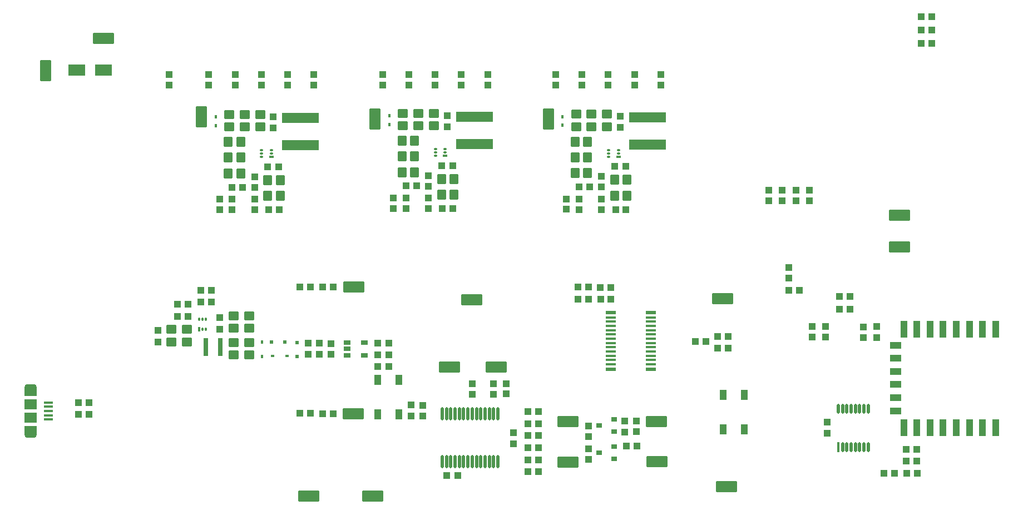
<source format=gbr>
G04*
G04 #@! TF.GenerationSoftware,Altium Limited,Altium Designer,25.1.2 (22)*
G04*
G04 Layer_Color=8421504*
%FSLAX44Y44*%
%MOMM*%
G71*
G04*
G04 #@! TF.SameCoordinates,74C72B32-88F7-4DF0-8C8F-3553CF0260E0*
G04*
G04*
G04 #@! TF.FilePolarity,Positive*
G04*
G01*
G75*
%ADD21C,0.5000*%
%ADD22O,0.4500X1.5000*%
%ADD23R,0.4500X1.5000*%
G04:AMPARAMS|DCode=24|XSize=3.3mm|YSize=1.7mm|CornerRadius=0.2125mm|HoleSize=0mm|Usage=FLASHONLY|Rotation=180.000|XOffset=0mm|YOffset=0mm|HoleType=Round|Shape=RoundedRectangle|*
%AMROUNDEDRECTD24*
21,1,3.3000,1.2750,0,0,180.0*
21,1,2.8750,1.7000,0,0,180.0*
1,1,0.4250,-1.4375,0.6375*
1,1,0.4250,1.4375,0.6375*
1,1,0.4250,1.4375,-0.6375*
1,1,0.4250,-1.4375,-0.6375*
%
%ADD24ROUNDEDRECTD24*%
G04:AMPARAMS|DCode=25|XSize=3.3mm|YSize=1.7mm|CornerRadius=0.2125mm|HoleSize=0mm|Usage=FLASHONLY|Rotation=90.000|XOffset=0mm|YOffset=0mm|HoleType=Round|Shape=RoundedRectangle|*
%AMROUNDEDRECTD25*
21,1,3.3000,1.2750,0,0,90.0*
21,1,2.8750,1.7000,0,0,90.0*
1,1,0.4250,0.6375,1.4375*
1,1,0.4250,0.6375,-1.4375*
1,1,0.4250,-0.6375,-1.4375*
1,1,0.4250,-0.6375,1.4375*
%
%ADD25ROUNDEDRECTD25*%
G04:AMPARAMS|DCode=26|XSize=1mm|YSize=1.1mm|CornerRadius=0.075mm|HoleSize=0mm|Usage=FLASHONLY|Rotation=0.000|XOffset=0mm|YOffset=0mm|HoleType=Round|Shape=RoundedRectangle|*
%AMROUNDEDRECTD26*
21,1,1.0000,0.9500,0,0,0.0*
21,1,0.8500,1.1000,0,0,0.0*
1,1,0.1500,0.4250,-0.4750*
1,1,0.1500,-0.4250,-0.4750*
1,1,0.1500,-0.4250,0.4750*
1,1,0.1500,0.4250,0.4750*
%
%ADD26ROUNDEDRECTD26*%
G04:AMPARAMS|DCode=27|XSize=1mm|YSize=1.1mm|CornerRadius=0.075mm|HoleSize=0mm|Usage=FLASHONLY|Rotation=90.000|XOffset=0mm|YOffset=0mm|HoleType=Round|Shape=RoundedRectangle|*
%AMROUNDEDRECTD27*
21,1,1.0000,0.9500,0,0,90.0*
21,1,0.8500,1.1000,0,0,90.0*
1,1,0.1500,0.4750,0.4250*
1,1,0.1500,0.4750,-0.4250*
1,1,0.1500,-0.4750,-0.4250*
1,1,0.1500,-0.4750,0.4250*
%
%ADD27ROUNDEDRECTD27*%
%ADD28R,1.6000X0.4000*%
%ADD29R,1.6000X0.6000*%
G04:AMPARAMS|DCode=30|XSize=1.1mm|YSize=1mm|CornerRadius=0.075mm|HoleSize=0mm|Usage=FLASHONLY|Rotation=180.000|XOffset=0mm|YOffset=0mm|HoleType=Round|Shape=RoundedRectangle|*
%AMROUNDEDRECTD30*
21,1,1.1000,0.8500,0,0,180.0*
21,1,0.9500,1.0000,0,0,180.0*
1,1,0.1500,-0.4750,0.4250*
1,1,0.1500,0.4750,0.4250*
1,1,0.1500,0.4750,-0.4250*
1,1,0.1500,-0.4750,-0.4250*
%
%ADD30ROUNDEDRECTD30*%
G04:AMPARAMS|DCode=31|XSize=1.1mm|YSize=1mm|CornerRadius=0.075mm|HoleSize=0mm|Usage=FLASHONLY|Rotation=270.000|XOffset=0mm|YOffset=0mm|HoleType=Round|Shape=RoundedRectangle|*
%AMROUNDEDRECTD31*
21,1,1.1000,0.8500,0,0,270.0*
21,1,0.9500,1.0000,0,0,270.0*
1,1,0.1500,-0.4250,-0.4750*
1,1,0.1500,-0.4250,0.4750*
1,1,0.1500,0.4250,0.4750*
1,1,0.1500,0.4250,-0.4750*
%
%ADD31ROUNDEDRECTD31*%
%ADD32R,1.0000X2.5000*%
%ADD33R,1.7500X1.0000*%
%ADD34O,0.4500X2.0000*%
G04:AMPARAMS|DCode=35|XSize=0.59mm|YSize=0.45mm|CornerRadius=0.0338mm|HoleSize=0mm|Usage=FLASHONLY|Rotation=180.000|XOffset=0mm|YOffset=0mm|HoleType=Round|Shape=RoundedRectangle|*
%AMROUNDEDRECTD35*
21,1,0.5900,0.3825,0,0,180.0*
21,1,0.5225,0.4500,0,0,180.0*
1,1,0.0675,-0.2612,0.1913*
1,1,0.0675,0.2612,0.1913*
1,1,0.0675,0.2612,-0.1913*
1,1,0.0675,-0.2612,-0.1913*
%
%ADD35ROUNDEDRECTD35*%
G04:AMPARAMS|DCode=36|XSize=1.55mm|YSize=1mm|CornerRadius=0.075mm|HoleSize=0mm|Usage=FLASHONLY|Rotation=90.000|XOffset=0mm|YOffset=0mm|HoleType=Round|Shape=RoundedRectangle|*
%AMROUNDEDRECTD36*
21,1,1.5500,0.8500,0,0,90.0*
21,1,1.4000,1.0000,0,0,90.0*
1,1,0.1500,0.4250,0.7000*
1,1,0.1500,0.4250,-0.7000*
1,1,0.1500,-0.4250,-0.7000*
1,1,0.1500,-0.4250,0.7000*
%
%ADD36ROUNDEDRECTD36*%
%ADD37R,0.4000X0.4800*%
%ADD38O,0.6700X0.3000*%
%ADD39R,0.6700X0.3000*%
%ADD40R,5.6000X1.6500*%
G04:AMPARAMS|DCode=41|XSize=1.1mm|YSize=1mm|CornerRadius=0.1mm|HoleSize=0mm|Usage=FLASHONLY|Rotation=180.000|XOffset=0mm|YOffset=0mm|HoleType=Round|Shape=RoundedRectangle|*
%AMROUNDEDRECTD41*
21,1,1.1000,0.8000,0,0,180.0*
21,1,0.9000,1.0000,0,0,180.0*
1,1,0.2000,-0.4500,0.4000*
1,1,0.2000,0.4500,0.4000*
1,1,0.2000,0.4500,-0.4000*
1,1,0.2000,-0.4500,-0.4000*
%
%ADD41ROUNDEDRECTD41*%
G04:AMPARAMS|DCode=42|XSize=1.3mm|YSize=1.5mm|CornerRadius=0.0975mm|HoleSize=0mm|Usage=FLASHONLY|Rotation=180.000|XOffset=0mm|YOffset=0mm|HoleType=Round|Shape=RoundedRectangle|*
%AMROUNDEDRECTD42*
21,1,1.3000,1.3050,0,0,180.0*
21,1,1.1050,1.5000,0,0,180.0*
1,1,0.1950,-0.5525,0.6525*
1,1,0.1950,0.5525,0.6525*
1,1,0.1950,0.5525,-0.6525*
1,1,0.1950,-0.5525,-0.6525*
%
%ADD42ROUNDEDRECTD42*%
G04:AMPARAMS|DCode=43|XSize=1.3mm|YSize=1.5mm|CornerRadius=0.0975mm|HoleSize=0mm|Usage=FLASHONLY|Rotation=90.000|XOffset=0mm|YOffset=0mm|HoleType=Round|Shape=RoundedRectangle|*
%AMROUNDEDRECTD43*
21,1,1.3000,1.3050,0,0,90.0*
21,1,1.1050,1.5000,0,0,90.0*
1,1,0.1950,0.6525,0.5525*
1,1,0.1950,0.6525,-0.5525*
1,1,0.1950,-0.6525,-0.5525*
1,1,0.1950,-0.6525,0.5525*
%
%ADD43ROUNDEDRECTD43*%
%ADD44R,2.5000X1.7000*%
G04:AMPARAMS|DCode=45|XSize=0.6mm|YSize=0.9mm|CornerRadius=0.045mm|HoleSize=0mm|Usage=FLASHONLY|Rotation=270.000|XOffset=0mm|YOffset=0mm|HoleType=Round|Shape=RoundedRectangle|*
%AMROUNDEDRECTD45*
21,1,0.6000,0.8100,0,0,270.0*
21,1,0.5100,0.9000,0,0,270.0*
1,1,0.0900,-0.4050,-0.2550*
1,1,0.0900,-0.4050,0.2550*
1,1,0.0900,0.4050,0.2550*
1,1,0.0900,0.4050,-0.2550*
%
%ADD45ROUNDEDRECTD45*%
G04:AMPARAMS|DCode=46|XSize=1.1mm|YSize=1mm|CornerRadius=0.1mm|HoleSize=0mm|Usage=FLASHONLY|Rotation=90.000|XOffset=0mm|YOffset=0mm|HoleType=Round|Shape=RoundedRectangle|*
%AMROUNDEDRECTD46*
21,1,1.1000,0.8000,0,0,90.0*
21,1,0.9000,1.0000,0,0,90.0*
1,1,0.2000,0.4000,0.4500*
1,1,0.2000,0.4000,-0.4500*
1,1,0.2000,-0.4000,-0.4500*
1,1,0.2000,-0.4000,0.4500*
%
%ADD46ROUNDEDRECTD46*%
%ADD47R,1.3500X0.4000*%
%ADD48R,1.9000X1.5000*%
%ADD49R,0.5900X0.4500*%
G04:AMPARAMS|DCode=50|XSize=0.59mm|YSize=0.45mm|CornerRadius=0.0338mm|HoleSize=0mm|Usage=FLASHONLY|Rotation=90.000|XOffset=0mm|YOffset=0mm|HoleType=Round|Shape=RoundedRectangle|*
%AMROUNDEDRECTD50*
21,1,0.5900,0.3825,0,0,90.0*
21,1,0.5225,0.4500,0,0,90.0*
1,1,0.0675,0.1913,0.2612*
1,1,0.0675,0.1913,-0.2612*
1,1,0.0675,-0.1913,-0.2612*
1,1,0.0675,-0.1913,0.2612*
%
%ADD50ROUNDEDRECTD50*%
G04:AMPARAMS|DCode=51|XSize=1.1mm|YSize=0.6mm|CornerRadius=0.03mm|HoleSize=0mm|Usage=FLASHONLY|Rotation=0.000|XOffset=0mm|YOffset=0mm|HoleType=Round|Shape=RoundedRectangle|*
%AMROUNDEDRECTD51*
21,1,1.1000,0.5400,0,0,0.0*
21,1,1.0400,0.6000,0,0,0.0*
1,1,0.0600,0.5200,-0.2700*
1,1,0.0600,-0.5200,-0.2700*
1,1,0.0600,-0.5200,0.2700*
1,1,0.0600,0.5200,0.2700*
%
%ADD51ROUNDEDRECTD51*%
%ADD52R,0.3000X0.6700*%
%ADD53O,0.3000X0.6700*%
%ADD54R,0.8000X2.7000*%
%ADD55R,0.4500X0.5900*%
G36*
X123900Y224200D02*
X104900D01*
Y237200D01*
X123900D01*
Y224200D01*
D02*
G37*
G36*
X118900Y219200D02*
X109900Y219200D01*
Y224200D01*
X118900D01*
Y219200D01*
D02*
G37*
G36*
X118900Y296200D02*
X109900D01*
Y301200D01*
X118900Y301200D01*
Y296200D01*
D02*
G37*
G36*
X123900Y283200D02*
X104900D01*
Y296200D01*
X123900D01*
Y283200D01*
D02*
G37*
D21*
X112400Y296200D02*
G03*
X112400Y296200I-2500J0D01*
G01*
X121400D02*
G03*
X121400Y296200I-2500J0D01*
G01*
X112400Y224200D02*
G03*
X112400Y224200I-2500J0D01*
G01*
X121400D02*
G03*
X121400Y224200I-2500J0D01*
G01*
D22*
X1389250Y263500D02*
D03*
X1382750D02*
D03*
X1376250D02*
D03*
X1369750D02*
D03*
X1363250D02*
D03*
X1356750D02*
D03*
X1350250D02*
D03*
X1343750D02*
D03*
X1389250Y205500D02*
D03*
X1382750D02*
D03*
X1376250D02*
D03*
X1369750D02*
D03*
X1363250D02*
D03*
X1356750D02*
D03*
X1350250D02*
D03*
D23*
X1343750D02*
D03*
D24*
X1173750Y145000D02*
D03*
X1167700Y430800D02*
D03*
X785550Y429200D02*
D03*
X634750Y130750D02*
D03*
X538000Y130750D02*
D03*
X224950Y827550D02*
D03*
X605500Y256000D02*
D03*
X605950Y449050D02*
D03*
X1437250Y509750D02*
D03*
X1437000Y558250D02*
D03*
X822750Y327250D02*
D03*
X752000D02*
D03*
X1066500Y244000D02*
D03*
X1067500Y183000D02*
D03*
X932500Y244000D02*
D03*
Y182000D02*
D03*
D25*
X136950Y778450D02*
D03*
X374540Y708250D02*
D03*
X902540Y704981D02*
D03*
X638050Y704550D02*
D03*
D26*
X1303610Y373070D02*
D03*
Y389070D02*
D03*
X1324610Y373070D02*
D03*
Y389070D02*
D03*
X325610Y772570D02*
D03*
Y756570D02*
D03*
X1073610D02*
D03*
Y772570D02*
D03*
X1033610Y756570D02*
D03*
Y772570D02*
D03*
X993610Y756570D02*
D03*
Y772570D02*
D03*
X953610Y756570D02*
D03*
Y772570D02*
D03*
X913610Y756570D02*
D03*
Y772570D02*
D03*
X810110Y756570D02*
D03*
Y772570D02*
D03*
X770110Y756570D02*
D03*
Y772570D02*
D03*
X730110Y756570D02*
D03*
Y772570D02*
D03*
X690110Y756570D02*
D03*
Y772570D02*
D03*
X650110Y756570D02*
D03*
Y772570D02*
D03*
X545610D02*
D03*
Y756570D02*
D03*
X505610Y772570D02*
D03*
Y756570D02*
D03*
X465610Y772570D02*
D03*
Y756570D02*
D03*
X425610Y772570D02*
D03*
Y756570D02*
D03*
X385610Y772570D02*
D03*
Y756570D02*
D03*
X1299860Y596570D02*
D03*
Y580570D02*
D03*
X1238110Y596320D02*
D03*
Y580320D02*
D03*
X1279110Y596320D02*
D03*
Y580320D02*
D03*
X1258610Y596320D02*
D03*
Y580320D02*
D03*
X455420Y616680D02*
D03*
Y600680D02*
D03*
X455170Y582390D02*
D03*
Y566390D02*
D03*
X421170Y566310D02*
D03*
Y582310D02*
D03*
X963500Y237000D02*
D03*
Y221000D02*
D03*
X963610Y186570D02*
D03*
Y202570D02*
D03*
X711610Y252570D02*
D03*
Y268570D02*
D03*
X819140Y301930D02*
D03*
Y285930D02*
D03*
X786390Y301680D02*
D03*
Y285680D02*
D03*
X949170Y582810D02*
D03*
Y566810D02*
D03*
X983170Y566890D02*
D03*
Y582890D02*
D03*
X983420Y601180D02*
D03*
Y617180D02*
D03*
X685670Y584160D02*
D03*
Y568160D02*
D03*
X719670Y568240D02*
D03*
Y584240D02*
D03*
X719920Y602530D02*
D03*
Y618530D02*
D03*
X1268140Y462180D02*
D03*
Y478180D02*
D03*
X571294Y346630D02*
D03*
Y362630D02*
D03*
X1381640Y371680D02*
D03*
Y387680D02*
D03*
X1036610Y244570D02*
D03*
Y228570D02*
D03*
D27*
X1447680Y165610D02*
D03*
X1463680D02*
D03*
X1463430Y183860D02*
D03*
X1447430D02*
D03*
X1447430Y202110D02*
D03*
X1463430D02*
D03*
X1469930Y820110D02*
D03*
X1485930D02*
D03*
X1469930Y840110D02*
D03*
X1485930D02*
D03*
X1469930Y860110D02*
D03*
X1485930D02*
D03*
X437230Y600870D02*
D03*
X421230D02*
D03*
X476700Y566550D02*
D03*
X492700D02*
D03*
X947180Y448610D02*
D03*
X963180D02*
D03*
X981500Y448500D02*
D03*
X997500D02*
D03*
X1159930Y355610D02*
D03*
X1175930D02*
D03*
X963320Y430140D02*
D03*
X947320D02*
D03*
X997820D02*
D03*
X981820D02*
D03*
X1126070Y365890D02*
D03*
X1142070D02*
D03*
X1176070Y373890D02*
D03*
X1160070D02*
D03*
X887180Y168010D02*
D03*
X871180D02*
D03*
X203430Y254860D02*
D03*
X187430D02*
D03*
X887180Y186010D02*
D03*
X871180D02*
D03*
X203430Y272610D02*
D03*
X187430D02*
D03*
X887180Y204010D02*
D03*
X871180D02*
D03*
X887180Y241010D02*
D03*
X871180D02*
D03*
X1020700Y567050D02*
D03*
X1004700D02*
D03*
X949230Y601370D02*
D03*
X965230D02*
D03*
X757200Y568400D02*
D03*
X741200D02*
D03*
X685730Y602720D02*
D03*
X701730D02*
D03*
X1361430Y415360D02*
D03*
X1345430D02*
D03*
X1361180Y434860D02*
D03*
X1345180D02*
D03*
X1268320Y444140D02*
D03*
X1284320D02*
D03*
X337680Y404360D02*
D03*
X353680D02*
D03*
X373180Y426360D02*
D03*
X389180D02*
D03*
X354070Y422890D02*
D03*
X338070D02*
D03*
X389320Y444140D02*
D03*
X373320D02*
D03*
X558929Y256215D02*
D03*
X574929D02*
D03*
X558680Y449110D02*
D03*
X574680D02*
D03*
X1020930Y207110D02*
D03*
X1036930D02*
D03*
D28*
X1058250Y389758D02*
D03*
Y396258D02*
D03*
Y402758D02*
D03*
Y383258D02*
D03*
Y376758D02*
D03*
X997250D02*
D03*
Y383258D02*
D03*
Y402758D02*
D03*
Y396258D02*
D03*
Y389758D02*
D03*
Y370258D02*
D03*
Y363758D02*
D03*
Y357258D02*
D03*
Y350758D02*
D03*
Y331258D02*
D03*
Y337757D02*
D03*
Y344258D02*
D03*
X1058250D02*
D03*
Y337757D02*
D03*
Y331258D02*
D03*
Y350758D02*
D03*
Y357258D02*
D03*
Y363758D02*
D03*
Y370258D02*
D03*
D29*
X997250Y410258D02*
D03*
Y323758D02*
D03*
X1058250D02*
D03*
Y410258D02*
D03*
D30*
X747480Y161800D02*
D03*
X764480D02*
D03*
X475270Y631950D02*
D03*
X492270D02*
D03*
X1020270Y632450D02*
D03*
X1003270D02*
D03*
X756770Y633800D02*
D03*
X739770D02*
D03*
X659730Y363050D02*
D03*
X642730D02*
D03*
X659730Y345550D02*
D03*
X642730D02*
D03*
X659730Y327800D02*
D03*
X642730D02*
D03*
D31*
X1327200Y226230D02*
D03*
Y243230D02*
D03*
X483820Y691060D02*
D03*
Y708060D02*
D03*
X1011820Y708560D02*
D03*
Y691560D02*
D03*
X748320Y709910D02*
D03*
Y692910D02*
D03*
X553704Y346470D02*
D03*
Y363470D02*
D03*
X536704Y346470D02*
D03*
Y363470D02*
D03*
X848950Y227230D02*
D03*
Y210230D02*
D03*
X693450Y269730D02*
D03*
Y252730D02*
D03*
X308050Y365520D02*
D03*
Y382520D02*
D03*
X402450Y401980D02*
D03*
Y384980D02*
D03*
X1401800Y371520D02*
D03*
Y388520D02*
D03*
X1018800Y228270D02*
D03*
Y245270D02*
D03*
D32*
X1583250Y385000D02*
D03*
X1443250D02*
D03*
X1463250D02*
D03*
X1483250D02*
D03*
X1503250D02*
D03*
X1523250D02*
D03*
X1543250D02*
D03*
X1563250D02*
D03*
X1583250Y235000D02*
D03*
X1563250D02*
D03*
X1543250D02*
D03*
X1523250D02*
D03*
X1503250D02*
D03*
X1483250D02*
D03*
X1463250D02*
D03*
X1443250D02*
D03*
D33*
X1431250Y260454D02*
D03*
Y280454D02*
D03*
Y300454D02*
D03*
Y320454D02*
D03*
Y340454D02*
D03*
Y360454D02*
D03*
D34*
X740996Y255500D02*
D03*
Y183500D02*
D03*
X747496Y255500D02*
D03*
Y183500D02*
D03*
X753996Y255500D02*
D03*
Y183500D02*
D03*
X760496Y255500D02*
D03*
Y183500D02*
D03*
X766996Y255500D02*
D03*
Y183500D02*
D03*
X773496Y255500D02*
D03*
Y183500D02*
D03*
X779996Y255500D02*
D03*
Y183500D02*
D03*
X786496Y255500D02*
D03*
Y183500D02*
D03*
X792996Y255500D02*
D03*
Y183500D02*
D03*
X799496Y255500D02*
D03*
Y183500D02*
D03*
X805996Y255500D02*
D03*
Y183500D02*
D03*
X812496Y255500D02*
D03*
Y183500D02*
D03*
X818996Y255500D02*
D03*
Y183500D02*
D03*
X825496Y255500D02*
D03*
Y183500D02*
D03*
D35*
X501700Y364850D02*
D03*
X480600D02*
D03*
D36*
X1168600Y232250D02*
D03*
Y284750D02*
D03*
X1200600Y232250D02*
D03*
Y284750D02*
D03*
X674600Y307500D02*
D03*
Y255000D02*
D03*
X642600Y307500D02*
D03*
Y255000D02*
D03*
D37*
X396130Y694710D02*
D03*
Y707910D02*
D03*
X924130Y708410D02*
D03*
Y695210D02*
D03*
X660630Y709760D02*
D03*
Y696560D02*
D03*
D38*
X466090Y656950D02*
D03*
Y651950D02*
D03*
Y646950D02*
D03*
X480890Y656950D02*
D03*
Y651950D02*
D03*
X1008890Y652450D02*
D03*
Y657450D02*
D03*
X994090Y647450D02*
D03*
Y652450D02*
D03*
Y657450D02*
D03*
X745390Y653800D02*
D03*
Y658800D02*
D03*
X730590Y648800D02*
D03*
Y653800D02*
D03*
Y658800D02*
D03*
D39*
X480890Y646950D02*
D03*
X1008890Y647450D02*
D03*
X745390Y648800D02*
D03*
D40*
X525160Y664810D02*
D03*
Y706310D02*
D03*
X1053160Y706810D02*
D03*
Y665310D02*
D03*
X789660Y708160D02*
D03*
Y666660D02*
D03*
D41*
X401870Y566630D02*
D03*
Y582630D02*
D03*
X838650Y286000D02*
D03*
Y302000D02*
D03*
X929870Y583130D02*
D03*
Y567130D02*
D03*
X666370Y584480D02*
D03*
Y568480D02*
D03*
D42*
X415280Y621700D02*
D03*
X434280D02*
D03*
X415280Y645830D02*
D03*
X434280D02*
D03*
X415280Y669850D02*
D03*
X434280D02*
D03*
X494190Y611590D02*
D03*
X475190D02*
D03*
X494190Y587460D02*
D03*
X475190D02*
D03*
X1003190Y612090D02*
D03*
X1022190D02*
D03*
X1003190Y587960D02*
D03*
X1022190D02*
D03*
X962280Y622200D02*
D03*
X943280D02*
D03*
X962280Y646330D02*
D03*
X943280D02*
D03*
X962280Y670350D02*
D03*
X943280D02*
D03*
X739690Y613440D02*
D03*
X758690D02*
D03*
X739690Y589310D02*
D03*
X758690D02*
D03*
X698780Y623550D02*
D03*
X679780D02*
D03*
X698780Y647680D02*
D03*
X679780D02*
D03*
X698780Y671700D02*
D03*
X679780D02*
D03*
D43*
X463840Y711380D02*
D03*
Y692380D02*
D03*
X440220Y711380D02*
D03*
Y692380D02*
D03*
X416600Y711380D02*
D03*
Y692380D02*
D03*
X991840Y692880D02*
D03*
Y711880D02*
D03*
X968220Y692880D02*
D03*
Y711880D02*
D03*
X944600Y692880D02*
D03*
Y711880D02*
D03*
X728340Y694230D02*
D03*
Y713230D02*
D03*
X704720Y694230D02*
D03*
Y713230D02*
D03*
X681100Y694230D02*
D03*
Y713230D02*
D03*
X423110Y405200D02*
D03*
Y386200D02*
D03*
X328390Y365300D02*
D03*
Y384300D02*
D03*
X352390Y365300D02*
D03*
Y384300D02*
D03*
X447110Y405200D02*
D03*
Y386200D02*
D03*
X447390Y345300D02*
D03*
Y364300D02*
D03*
X423390Y345300D02*
D03*
Y364300D02*
D03*
D44*
X225000Y779250D02*
D03*
X185000D02*
D03*
D45*
X1002460Y187270D02*
D03*
Y206270D02*
D03*
X979460Y196770D02*
D03*
X1002500Y228500D02*
D03*
Y247500D02*
D03*
X979500Y238000D02*
D03*
D46*
X871250Y222500D02*
D03*
X887250D02*
D03*
X871250Y259500D02*
D03*
X887250D02*
D03*
X1413250Y165150D02*
D03*
X1429250D02*
D03*
X524000Y256500D02*
D03*
X540000D02*
D03*
X524000Y449000D02*
D03*
X540000D02*
D03*
D47*
X141400Y273200D02*
D03*
Y266700D02*
D03*
Y260200D02*
D03*
Y253700D02*
D03*
Y247200D02*
D03*
D48*
X114400Y270200D02*
D03*
Y250200D02*
D03*
D49*
X504650Y344000D02*
D03*
X482850D02*
D03*
D50*
X519900Y343100D02*
D03*
Y364200D02*
D03*
D51*
X622404Y345200D02*
D03*
X596404Y364200D02*
D03*
Y354700D02*
D03*
Y345200D02*
D03*
X622404Y364200D02*
D03*
D52*
X370750Y384850D02*
D03*
D53*
X375750D02*
D03*
X380750D02*
D03*
X370750Y399650D02*
D03*
X375750D02*
D03*
X380750D02*
D03*
D54*
X380750Y357250D02*
D03*
X402750D02*
D03*
D55*
X466750Y365150D02*
D03*
Y343350D02*
D03*
M02*

</source>
